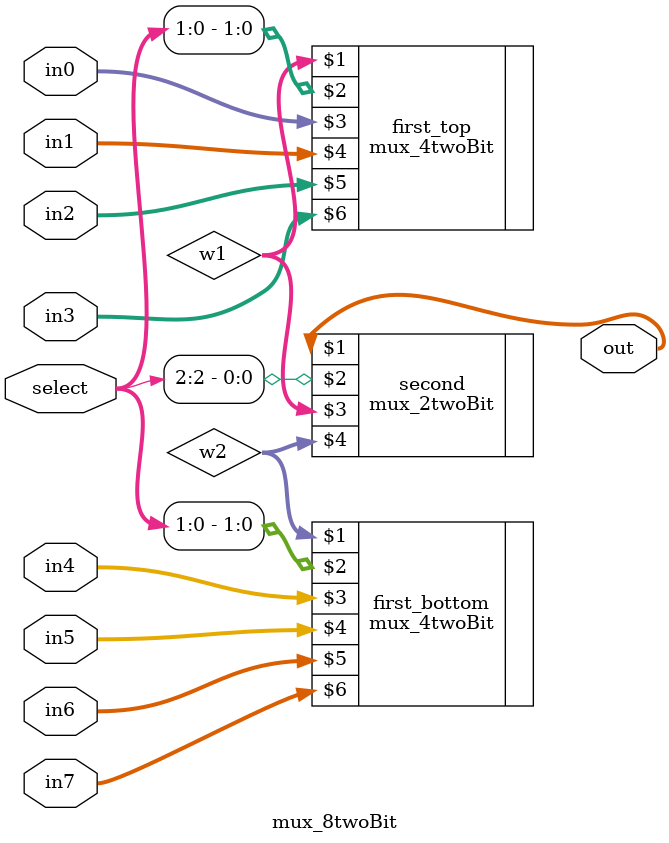
<source format=v>
module mux_8twoBit(out, select, in0, in1, in2, in3,in4,in5,in6,in7);
    input [2:0] select;
    input[1:0]  in0, in1, in2, in3, in4, in5, in6, in7;
    output[1:0]  out;
    wire[1:0]  w1, w2;
    mux_4twoBit first_top(w1, select[1:0], in0, in1, in2, in3);
    mux_4twoBit first_bottom(w2, select[1:0], in4, in5, in6, in7);
    mux_2twoBit second(out, select[2], w1, w2);
endmodule
</source>
